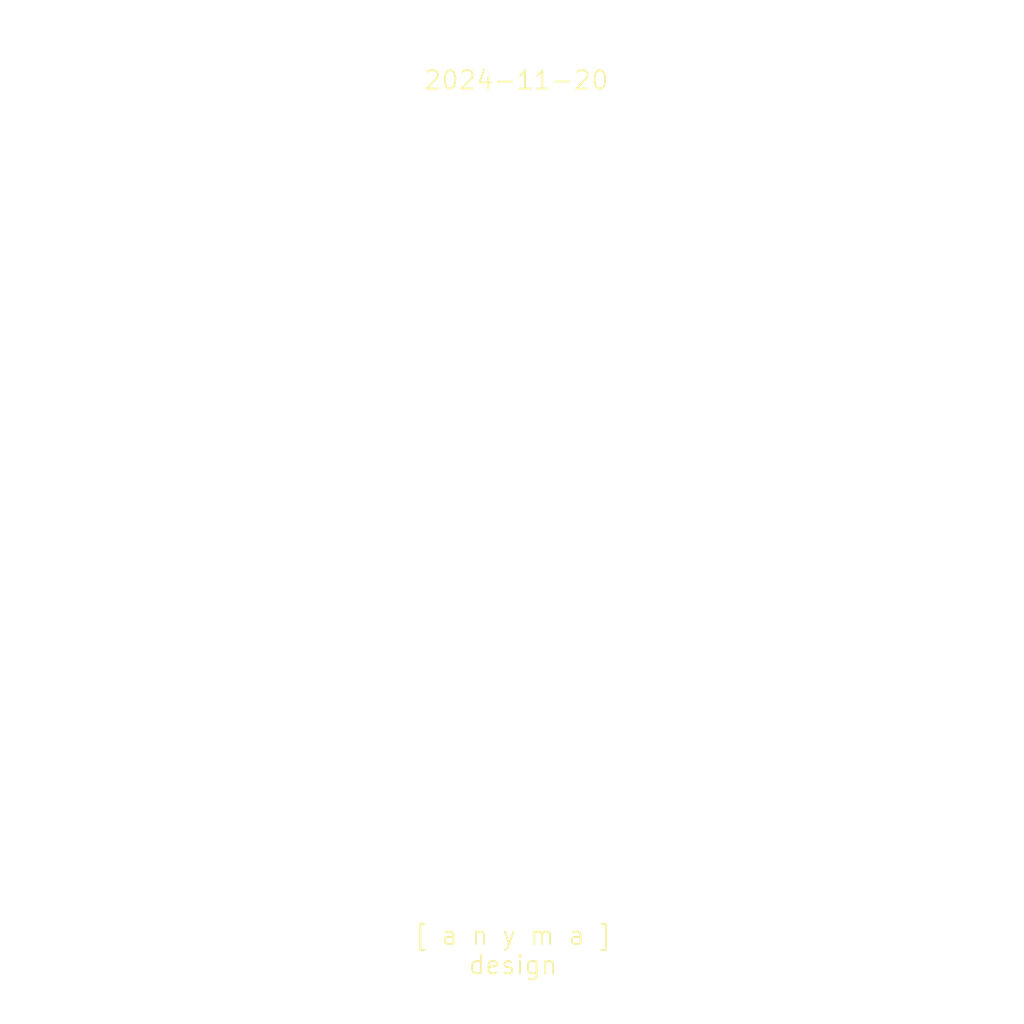
<source format=kicad_pcb>
(kicad_pcb (version 20240108) (generator "pcbnew") (generator_version "8.0")
  (layers (0 "F.Cu" signal) (31 "B.Cu" signal) (34 "B.Paste" user) (35 "F.Paste" user) (36 "B.SilkS" user "B.Silkscreen") (37 "F.SilkS" user "F.Silkscreen") (38 "B.Mask" user) (39 "F.Mask" user) (44 "Edge.Cuts" user))
  (net 0 "")
  (footprint "MountingHole:MountingHole_4.3mm_M4_DIN965" (layer "F.Cu") (at 125.476002 123.186)
    (property "Reference" "H3" (hide yes))
    (property "Value" "MountingHole")
    (pad "" np_thru_hole circle (at 0 0) (size 4.3 4.3) (drill 4.3) (layers "*.Cu" "*.Mask"))
  )
  (footprint "MountingHole:MountingHole_4.3mm_M4_DIN965" (layer "F.Cu") (at 157.476 91.186)
    (property "Reference" "H2" (hide yes))
    (property "Value" "MountingHole")
    (pad "" np_thru_hole circle (at 0 0) (size 4.3 4.3) (drill 4.3) (layers "*.Cu" "*.Mask"))
  )
  (footprint "MountingHole:MountingHole_4.3mm_M4_DIN965" (layer "F.Cu") (at 157.476002 123.186)
    (property "Reference" "H5" (hide yes))
    (property "Value" "MountingHole")
    (pad "" np_thru_hole circle (at 0 0) (size 4.3 4.3) (drill 4.3) (layers "*.Cu" "*.Mask"))
  )
  (footprint "MountingHole:MountingHole_4.3mm_M4_DIN965" (layer "F.Cu") (at 125.476 91.186)
    (property "Reference" "H1" (hide yes))
    (property "Value" "MountingHole")
    (pad "" np_thru_hole circle (at 0 0) (size 4.3 4.3) (drill 4.3) (layers "*.Cu" "*.Mask"))
  )
  (gr_arc (start 153.313212 80.010824) (mid 153.505315 79.828497) (end 153.770063 79.835402) (stroke (width 0.0001)) (layer "Edge.Cuts"))
  (gr_arc (start 114.114392 94.895995) (mid 120.172606 86.071603) (end 128.943193 79.93575) (stroke (width 0.0001)) (layer "Edge.Cuts"))
  (gr_circle (center 141.479205 107.190995) (end 161.479205 107.190995) (stroke (width 0.0001)) (fill none) (layer "Edge.Cuts"))
  (gr_arc (start 115.610578 117.906131) (mid 115.612268 118.282739) (end 115.349484 118.552521) (stroke (width 0.0001)) (layer "Edge.Cuts"))
  (gr_arc (start 129.131052 79.855323) (mid 129.476398 79.892119) (end 129.717858 80.141749) (stroke (width 0.0001)) (layer "Edge.Cuts"))
  (gr_arc (start 130.169125 133.194405) (mid 130.363527 133.005211) (end 130.634777 133.002057) (stroke (width 0.0001)) (layer "Edge.Cuts"))
  (gr_arc (start 152.323547 81.38017) (mid 152.257936 81.353522) (end 152.194341 81.322368) (stroke (width 0.0001)) (layer "Edge.Cuts"))
  (gr_arc (start 167.347832 96.475859) (mid 169.479205 107.190995) (end 167.347832 117.906131) (stroke (width 0.0001)) (layer "Edge.Cuts"))
  (gr_line (start 130.169125 133.194405) (end 129.645173 134.371224) (stroke (width 0.0001)) (layer "Edge.Cuts"))
  (gr_arc (start 167.482607 118.50107) (mid 167.293415 118.306669) (end 167.290267 118.035423) (stroke (width 0.0001)) (layer "Edge.Cuts"))
  (gr_arc (start 129.645173 134.371224) (mid 129.453081 134.553508) (end 129.188348 134.546588) (stroke (width 0.0001)) (layer "Edge.Cuts"))
  (gr_arc (start 130.764069 81.322368) (mid 130.387412 81.324038) (end 130.117645 81.061196) (stroke (width 0.0001)) (layer "Edge.Cuts"))
  (gr_arc (start 168.659426 119.025024) (mid 168.84171 119.217116) (end 168.834798 119.481852) (stroke (width 0.0001)) (layer "Edge.Cuts"))
  (gr_line (start 167.290267 118.035423) (end 167.29003 118.035336) (stroke (width 0.0001)) (layer "Edge.Cuts"))
  (gr_arc (start 128.943193 79.93575) (mid 129.035647 79.893415) (end 129.128244 79.851394) (stroke (width 0.0001)) (layer "Edge.Cuts"))
  (gr_arc (start 114.22396 119.727007) (mid 114.181625 119.634553) (end 114.139604 119.541956) (stroke (width 0.0001)) (layer "Edge.Cuts"))
  (gr_arc (start 153.827359 134.526667) (mid 153.479621 134.488695) (end 153.238419 134.235336) (stroke (width 0.0001)) (layer "Edge.Cuts"))
  (gr_arc (start 167.347832 96.475859) (mid 167.346168 96.099208) (end 167.609004 95.829435) (stroke (width 0.0001)) (layer "Edge.Cuts"))
  (gr_line (start 115.668143 96.346567) (end 115.66838 96.346653) (stroke (width 0.0001)) (layer "Edge.Cuts"))
  (gr_line (start 114.114392 94.895995) (end 114.123612 94.900137) (stroke (width 0.0001)) (layer "Edge.Cuts"))
  (gr_line (start 168.814877 94.842841) (end 168.818806 94.840034) (stroke (width 0.0001)) (layer "Edge.Cuts"))
  (gr_line (start 153.774205 79.826182) (end 153.770063 79.835402) (stroke (width 0.0001)) (layer "Edge.Cuts"))
  (gr_arc (start 115.66838 96.346653) (mid 115.641732 96.412264) (end 115.610578 96.475859) (stroke (width 0.0001)) (layer "Edge.Cuts"))
  (gr_arc (start 154.015217 134.44624) (mid 153.922763 134.488575) (end 153.830166 134.530596) (stroke (width 0.0001)) (layer "Edge.Cuts"))
  (gr_arc (start 152.194341 133.059622) (mid 141.479205 135.190995) (end 130.764069 133.059622) (stroke (width 0.0001)) (layer "Edge.Cuts"))
  (gr_line (start 130.117645 81.061196) (end 129.717858 80.141749) (stroke (width 0.0001)) (layer "Edge.Cuts"))
  (gr_line (start 115.475799 95.880917) (end 114.298979 95.356964) (stroke (width 0.0001)) (layer "Edge.Cuts"))
  (gr_arc (start 152.789279 81.187597) (mid 152.594877 81.376792) (end 152.323633 81.379933) (stroke (width 0.0001)) (layer "Edge.Cuts"))
  (gr_arc (start 130.764069 81.322368) (mid 141.479205 79.190995) (end 152.194341 81.322368) (stroke (width 0.0001)) (layer "Edge.Cuts"))
  (gr_arc (start 115.610578 117.906131) (mid 113.479205 107.190995) (end 115.610578 96.475859) (stroke (width 0.0001)) (layer "Edge.Cuts"))
  (gr_line (start 130.634777 133.002057) (end 130.634864 133.00182) (stroke (width 0.0001)) (layer "Edge.Cuts"))
  (gr_line (start 152.323633 81.379933) (end 152.323547 81.38017) (stroke (width 0.0001)) (layer "Edge.Cuts"))
  (gr_line (start 167.609004 95.829435) (end 168.523547 95.431781) (stroke (width 0.0001)) (layer "Edge.Cuts"))
  (gr_arc (start 130.634864 133.00182) (mid 130.700475 133.028466) (end 130.764069 133.059622) (stroke (width 0.0001)) (layer "Edge.Cuts"))
  (gr_line (start 167.482607 118.50107) (end 168.659426 119.025024) (stroke (width 0.0001)) (layer "Edge.Cuts"))
  (gr_arc (start 129.184205 134.555808) (mid 120.35981 128.497595) (end 114.22396 119.727007) (stroke (width 0.0001)) (layer "Edge.Cuts"))
  (gr_line (start 152.840765 133.320794) (end 153.238419 134.235336) (stroke (width 0.0001)) (layer "Edge.Cuts"))
  (gr_arc (start 153.774205 79.826182) (mid 162.598599 85.884395) (end 168.73445 94.654983) (stroke (width 0.0001)) (layer "Edge.Cuts"))
  (gr_arc (start 167.29003 118.035336) (mid 167.316676 117.969725) (end 167.347832 117.906131) (stroke (width 0.0001)) (layer "Edge.Cuts"))
  (gr_line (start 153.827359 134.526667) (end 153.830166 134.530596) (stroke (width 0.0001)) (layer "Edge.Cuts"))
  (gr_line (start 114.143533 119.539148) (end 114.139604 119.541956) (stroke (width 0.0001)) (layer "Edge.Cuts"))
  (gr_line (start 168.844018 119.485995) (end 168.834798 119.481852) (stroke (width 0.0001)) (layer "Edge.Cuts"))
  (gr_arc (start 168.814877 94.842841) (mid 168.776905 95.19058) (end 168.523547 95.431781) (stroke (width 0.0001)) (layer "Edge.Cuts"))
  (gr_arc (start 152.194341 133.059622) (mid 152.570993 133.057959) (end 152.840765 133.320794) (stroke (width 0.0001)) (layer "Edge.Cuts"))
  (gr_line (start 115.349484 118.552521) (end 114.434852 118.950214) (stroke (width 0.0001)) (layer "Edge.Cuts"))
  (gr_arc (start 114.143533 119.539148) (mid 114.181492 119.191406) (end 114.434852 118.950214) (stroke (width 0.0001)) (layer "Edge.Cuts"))
  (gr_arc (start 115.475799 95.880917) (mid 115.664995 96.07532) (end 115.668143 96.346567) (stroke (width 0.0001)) (layer "Edge.Cuts"))
  (gr_arc (start 168.844018 119.485995) (mid 162.785806 128.310391) (end 154.015217 134.44624) (stroke (width 0.0001)) (layer "Edge.Cuts"))
  (gr_line (start 152.789279 81.187597) (end 153.313212 80.010824) (stroke (width 0.0001)) (layer "Edge.Cuts"))
  (gr_line (start 129.131052 79.855323) (end 129.128244 79.851394) (stroke (width 0.0001)) (layer "Edge.Cuts"))
  (gr_arc (start 114.298979 95.356964) (mid 114.116699 95.164873) (end 114.123612 94.900137) (stroke (width 0.0001)) (layer "Edge.Cuts"))
  (gr_line (start 129.184205 134.555808) (end 129.188348 134.546588) (stroke (width 0.0001)) (layer "Edge.Cuts"))
  (gr_arc (start 168.73445 94.654983) (mid 168.776785 94.747437) (end 168.818806 94.840034) (stroke (width 0.0001)) (layer "Edge.Cuts"))
  (gr_text "[ a n y m a ]\ndesign\n" (at 141.528 132.528 0) (layer "F.SilkS") (effects (font (size 1 1) (thickness 0.1)) (justify bottom)))
  (gr_text "2024-11-20" (at 136.588 84.158 0) (layer "F.SilkS") (effects (font (size 1 1) (thickness 0.1)) (justify left bottom)))
)
</source>
